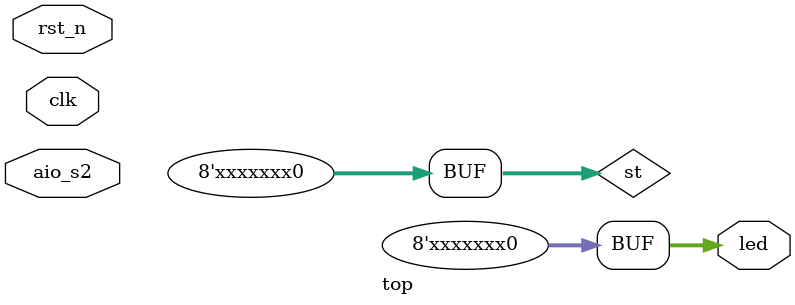
<source format=v>
`include "cu_db.v"

module top(
    input clk,              // 100MHz clock
    input rst_n,            // reset button (active low)
    input aio_s2,           // alchitry io switch 2
    output [7:0] led        // 8 user controllable LEDs
    );

    reg out;   
 
    reg [7:0] st = 1;
    
    db b1(clk, rst_n, aio_s2, out);

    always @ ( out )
        begin
            st = st << 1;
        end

    assign led = st;

endmodule

</source>
